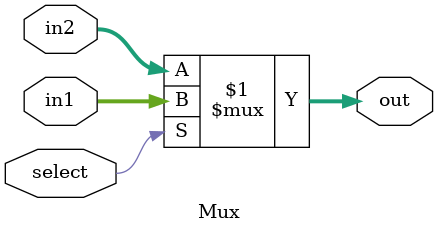
<source format=v>
module Mux(in1,in2,select,out);
  input [15:0]in1,in2;
  input select;
  output [15:0]out;
  assign out = select? in1: in2;// select = 0, out = in1; select = 1, out = in2.
endmodule
</source>
